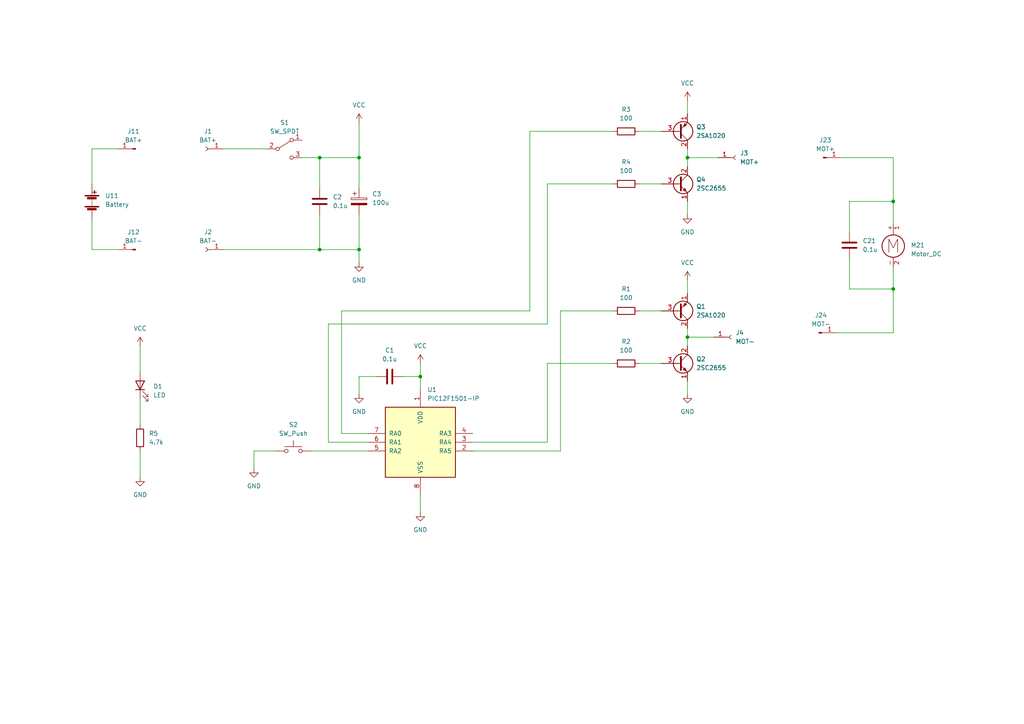
<source format=kicad_sch>
(kicad_sch (version 20211123) (generator eeschema)
  (paper "A4")
  (title_block (title "Drum type Washing machine") (date "2022-11-20") (company "JA1YTS, JK1MLY"))
  (lib_symbols
    (symbol "Connector:Conn_01x01_Female" (pin_names (offset 1.016) hide)
      (property "Reference" "J" (at 0 2.54 0))
      (property "Value" "Conn_01x01_Female" (at 0 -2.54 0))
      (symbol "Conn_01x01_Female_1_1"
        (polyline (pts (xy -1.27 0) (xy -0.508 0)) (stroke (width 0.1524)))
        (arc (start 0 0.508) (mid -0.508 0) (end 0 -0.508) (stroke (width 0.1524)))
        (pin passive line (at -5.08 0 0) (length 3.81) (name "Pin_1") (number "1"))
      )
    )
    (symbol "Connector:Conn_01x01_Male" (pin_names (offset 1.016) hide)
      (property "Reference" "J" (at 0 2.54 0))
      (property "Value" "Conn_01x01_Male" (at 0 -2.54 0))
      (symbol "Conn_01x01_Male_1_1"
        (polyline (pts (xy 1.27 0) (xy 0.8636 0)) (stroke (width 0.1524)))
        (rectangle (start 0.8636 0.127) (end 0 -0.127) (stroke (width 0.1524)) (fill (type outline)))
        (pin passive line (at 5.08 0 180) (length 3.81) (name "Pin_1") (number "1"))
      )
    )
    (symbol "Device:Battery" (pin_numbers hide) (pin_names (offset 0) hide)
      (property "Reference" "BT" (at 2.54 2.54 0))
      (property "Value" "Battery" (at 2.54 0 0))
      (symbol "Battery_0_1"
        (rectangle (start -2.032 -1.397) (end 2.032 -1.651) (fill (type outline)))
        (rectangle (start -2.032 1.778) (end 2.032 1.524) (fill (type outline)))
        (rectangle (start -1.3208 -1.9812) (end 1.27 -2.4892) (fill (type outline)))
        (rectangle (start -1.3208 1.1938) (end 1.27 0.6858) (fill (type outline)))
        (polyline (pts (xy 0 -1.524) (xy 0 -1.27)))
        (polyline (pts (xy 0 -1.016) (xy 0 -0.762)))
        (polyline (pts (xy 0 -0.508) (xy 0 -0.254)))
        (polyline (pts (xy 0 0) (xy 0 0.254)))
        (polyline (pts (xy 0 0.508) (xy 0 0.762)))
        (polyline (pts (xy 0 1.778) (xy 0 2.54)))
        (polyline (pts (xy 0.254 2.667) (xy 1.27 2.667)) (stroke (width 0.254)))
        (polyline (pts (xy 0.762 3.175) (xy 0.762 2.159)) (stroke (width 0.254)))
      )
      (symbol "Battery_1_1"
        (pin passive line (at 0 5.08 270) (length 2.54) (name "+") (number "1"))
        (pin passive line (at 0 -5.08 90) (length 2.54) (name "-") (number "2"))
      )
    )
    (symbol "Device:C" (pin_numbers hide) (pin_names (offset 0.254))
      (property "Reference" "C" (at 0.635 2.54 0))
      (property "Value" "C" (at 0.635 -2.54 0))
      (symbol "C_0_1"
        (polyline (pts (xy -2.032 -0.762) (xy 2.032 -0.762)) (stroke (width 0.508)))
        (polyline (pts (xy -2.032 0.762) (xy 2.032 0.762)) (stroke (width 0.508)))
      )
      (symbol "C_1_1"
        (pin passive line (at 0 3.81 270) (length 2.794) (name "~") (number "1"))
        (pin passive line (at 0 -3.81 90) (length 2.794) (name "~") (number "2"))
      )
    )
    (symbol "Device:C_Polarized" (pin_numbers hide) (pin_names (offset 0.254))
      (property "Reference" "C" (at 0.635 2.54 0))
      (property "Value" "C_Polarized" (at 0.635 -2.54 0))
      (symbol "C_Polarized_0_1"
        (rectangle (start -2.286 0.508) (end 2.286 1.016))
        (polyline (pts (xy -1.778 2.286) (xy -0.762 2.286)))
        (polyline (pts (xy -1.27 2.794) (xy -1.27 1.778)))
        (rectangle (start 2.286 -0.508) (end -2.286 -1.016) (fill (type outline)))
      )
      (symbol "C_Polarized_1_1"
        (pin passive line (at 0 3.81 270) (length 2.794) (name "~") (number "1"))
        (pin passive line (at 0 -3.81 90) (length 2.794) (name "~") (number "2"))
      )
    )
    (symbol "Device:LED" (pin_numbers hide) (pin_names (offset 1.016) hide)
      (property "Reference" "D" (at 0 2.54 0))
      (property "Value" "LED" (at 0 -2.54 0))
      (symbol "LED_0_1"
        (polyline (pts (xy -1.27 -1.27) (xy -1.27 1.27)) (stroke (width 0.254)))
        (polyline (pts (xy -1.27 0) (xy 1.27 0)))
        (polyline (pts (xy 1.27 -1.27) (xy 1.27 1.27) (xy -1.27 0) (xy 1.27 -1.27)) (stroke (width 0.254)))
        (polyline (pts (xy -3.048 -0.762) (xy -4.572 -2.286) (xy -3.81 -2.286) (xy -4.572 -2.286) (xy -4.572 -1.524)))
        (polyline (pts (xy -1.778 -0.762) (xy -3.302 -2.286) (xy -2.54 -2.286) (xy -3.302 -2.286) (xy -3.302 -1.524)))
      )
      (symbol "LED_1_1"
        (pin passive line (at -3.81 0 0) (length 2.54) (name "K") (number "1"))
        (pin passive line (at 3.81 0 180) (length 2.54) (name "A") (number "2"))
      )
    )
    (symbol "Device:R" (pin_numbers hide) (pin_names (offset 0))
      (property "Reference" "R" (at 2.032 0 90))
      (property "Value" "R" (at 0 0 90))
      (symbol "R_0_1"
        (rectangle (start -1.016 -2.54) (end 1.016 2.54) (stroke (width 0.254)))
      )
      (symbol "R_1_1"
        (pin passive line (at 0 3.81 270) (length 1.27) (name "~") (number "1"))
        (pin passive line (at 0 -3.81 90) (length 1.27) (name "~") (number "2"))
      )
    )
    (symbol "MCU_Microchip_PIC12:PIC12F1501-IP" (pin_names (offset 1.016))
      (property "Reference" "U" (at 1.27 13.97 0))
      (property "Value" "PIC12F1501-IP" (at 1.27 11.43 0))
      (symbol "PIC12F1501-IP_0_1"
        (rectangle (start 10.16 -10.16) (end -10.16 10.16) (stroke (width 0.254)) (fill (type background)))
      )
      (symbol "PIC12F1501-IP_1_1"
        (pin power_in line (at 0 15.24 270) (length 5.08) (name "VDD") (number "1"))
        (pin bidirectional line (at 15.24 -2.54 180) (length 5.08) (name "RA5") (number "2"))
        (pin bidirectional line (at 15.24 0 180) (length 5.08) (name "RA4") (number "3"))
        (pin input line (at 15.24 2.54 180) (length 5.08) (name "RA3") (number "4"))
        (pin bidirectional line (at -15.24 -2.54 0) (length 5.08) (name "RA2") (number "5"))
        (pin bidirectional line (at -15.24 0 0) (length 5.08) (name "RA1") (number "6"))
        (pin bidirectional line (at -15.24 2.54 0) (length 5.08) (name "RA0") (number "7"))
        (pin power_in line (at 0 -15.24 90) (length 5.08) (name "VSS") (number "8"))
      )
    )
    (symbol "Motor:Motor_DC" (pin_names (offset 0))
      (property "Reference" "M" (at 2.54 2.54 0))
      (property "Value" "Motor_DC" (at 2.54 -5.08 0))
      (symbol "Motor_DC_0_0"
        (polyline (pts (xy -1.27 -3.302) (xy -1.27 0.508) (xy 0 -2.032) (xy 1.27 0.508) (xy 1.27 -3.302)))
      )
      (symbol "Motor_DC_0_1"
        (circle (center 0 -1.524) (radius 3.2512) (stroke (width 0.254)))
        (polyline (pts (xy 0 -7.62) (xy 0 -7.112)))
        (polyline (pts (xy 0 -4.7752) (xy 0 -5.1816)))
        (polyline (pts (xy 0 1.7272) (xy 0 2.0828)))
        (polyline (pts (xy 0 2.032) (xy 0 2.54)))
      )
      (symbol "Motor_DC_1_1"
        (pin passive line (at 0 5.08 270) (length 2.54) (name "+") (number "1"))
        (pin passive line (at 0 -7.62 90) (length 2.54) (name "-") (number "2"))
      )
    )
    (symbol "Switch:SW_Push" (pin_numbers hide) (pin_names (offset 1.016) hide)
      (property "Reference" "SW" (at 1.27 2.54 0))
      (property "Value" "SW_Push" (at 0 -1.524 0))
      (symbol "SW_Push_0_1"
        (circle (center -2.032 0) (radius 0.508))
        (polyline (pts (xy 0 1.27) (xy 0 3.048)))
        (polyline (pts (xy 2.54 1.27) (xy -2.54 1.27)))
        (circle (center 2.032 0) (radius 0.508))
        (pin passive line (at -5.08 0 0) (length 2.54) (name "1") (number "1"))
        (pin passive line (at 5.08 0 180) (length 2.54) (name "2") (number "2"))
      )
    )
    (symbol "Switch:SW_SPDT" (pin_names (offset 0) hide)
      (property "Reference" "SW" (at 0 4.318 0))
      (property "Value" "SW_SPDT" (at 0 -5.08 0))
      (symbol "SW_SPDT_0_0"
        (circle (center -2.032 0) (radius 0.508))
        (circle (center 2.032 -2.54) (radius 0.508))
      )
      (symbol "SW_SPDT_0_1"
        (polyline (pts (xy -1.524 0.254) (xy 1.651 2.286)))
        (circle (center 2.032 2.54) (radius 0.508))
      )
      (symbol "SW_SPDT_1_1"
        (pin passive line (at 5.08 2.54 180) (length 2.54) (name "A") (number "1"))
        (pin passive line (at -5.08 0 0) (length 2.54) (name "B") (number "2"))
        (pin passive line (at 5.08 -2.54 180) (length 2.54) (name "C") (number "3"))
      )
    )
    (symbol "Transistor_BJT:2SA1020" (pin_names (offset 0) hide)
      (property "Reference" "Q" (at 5.08 1.905 0))
      (property "Value" "2SA1020" (at 5.08 0 0))
      (symbol "2SA1020_0_1"
        (polyline (pts (xy 0 0) (xy 0.635 0)))
        (polyline (pts (xy 2.54 -2.54) (xy 0.635 -0.635)))
        (polyline (pts (xy 2.54 2.54) (xy 0.635 0.635)))
        (polyline (pts (xy 0.635 1.905) (xy 0.635 -1.905) (xy 0.635 -1.905)) (stroke (width 0.508)) (fill (type outline)))
        (polyline (pts (xy 1.778 -2.286) (xy 2.286 -1.778) (xy 1.27 -1.27) (xy 1.778 -2.286) (xy 1.778 -2.286)) (fill (type outline)))
        (circle (center 1.27 0) (radius 2.8194) (stroke (width 0.254)))
      )
      (symbol "2SA1020_1_1"
        (pin passive line (at 2.54 -5.08 90) (length 2.54) (name "E") (number "1"))
        (pin passive line (at 2.54 5.08 270) (length 2.54) (name "C") (number "2"))
        (pin input line (at -5.08 0 0) (length 5.08) (name "B") (number "3"))
      )
    )
    (symbol "Transistor_BJT:2SC2655" (pin_names (offset 0) hide)
      (property "Reference" "Q" (at 5.08 1.905 0))
      (property "Value" "2SC2655" (at 5.08 0 0))
      (symbol "2SC2655_0_1"
        (polyline (pts (xy 0 0) (xy 0.508 0)))
        (polyline (pts (xy 0.635 0.635) (xy 2.54 2.54)))
        (polyline (pts (xy 0.635 -0.635) (xy 2.54 -2.54) (xy 2.54 -2.54)))
        (polyline (pts (xy 0.635 1.905) (xy 0.635 -1.905) (xy 0.635 -1.905)) (stroke (width 0.508)))
        (polyline (pts (xy 1.27 -1.778) (xy 1.778 -1.27) (xy 2.286 -2.286) (xy 1.27 -1.778) (xy 1.27 -1.778)) (fill (type outline)))
        (circle (center 1.27 0) (radius 2.8194) (stroke (width 0.254)))
      )
      (symbol "2SC2655_1_1"
        (pin passive line (at 2.54 -5.08 90) (length 2.54) (name "E") (number "1"))
        (pin passive line (at 2.54 5.08 270) (length 2.54) (name "C") (number "2"))
        (pin input line (at -5.08 0 0) (length 5.08) (name "B") (number "3"))
      )
    )
    (symbol "power:GND" (power) (pin_names (offset 0))
      (property "Value" "GND" (at 0 -3.81 0))
      (symbol "GND_0_1"
        (polyline (pts (xy 0 0) (xy 0 -1.27) (xy 1.27 -1.27) (xy 0 -2.54) (xy -1.27 -1.27) (xy 0 -1.27)))
      )
      (symbol "GND_1_1"
        (pin power_in line (at 0 0 270) (length 0) hide (name "GND") (number "1"))
      )
    )
    (symbol "power:VCC" (power) (pin_names (offset 0))
      (property "Value" "VCC" (at 0 3.81 0))
      (symbol "VCC_0_1"
        (polyline (pts (xy -0.762 1.27) (xy 0 2.54)))
        (polyline (pts (xy 0 0) (xy 0 2.54)))
        (polyline (pts (xy 0 2.54) (xy 0.762 1.27)))
      )
      (symbol "VCC_1_1"
        (pin power_in line (at 0 0 90) (length 0) hide (name "VCC") (number "1"))
      )
    )
  )
  (junction (at 92.71 45.72))
  (junction (at 104.14 72.39))
  (junction (at 92.71 72.39))
  (junction (at 121.92 109.22))
  (junction (at 104.14 45.72))
  (junction (at 259.08 83.82))
  (junction (at 199.39 45.72))
  (junction (at 259.08 58.42))
  (junction (at 199.39 97.79))
  (wire (pts (xy 26.67 63.5) (xy 26.67 72.39)))
  (wire (pts (xy 199.39 81.28) (xy 199.39 85.09)))
  (wire (pts (xy 99.06 90.17) (xy 153.67 90.17)))
  (wire (pts (xy 92.71 62.23) (xy 92.71 72.39)))
  (wire (pts (xy 199.39 95.25) (xy 199.39 97.79)))
  (wire (pts (xy 162.56 90.17) (xy 177.8 90.17)))
  (wire (pts (xy 162.56 130.81) (xy 162.56 90.17)))
  (wire (pts (xy 158.75 93.98) (xy 158.75 53.34)))
  (wire (pts (xy 104.14 109.22) (xy 104.14 114.3)))
  (wire (pts (xy 246.38 74.93) (xy 246.38 83.82)))
  (wire (pts (xy 259.08 96.52) (xy 242.57 96.52)))
  (wire (pts (xy 158.75 105.41) (xy 177.8 105.41)))
  (wire (pts (xy 199.39 45.72) (xy 199.39 48.26)))
  (wire (pts (xy 158.75 53.34) (xy 177.8 53.34)))
  (wire (pts (xy 26.67 43.18) (xy 26.67 53.34)))
  (wire (pts (xy 185.42 53.34) (xy 191.77 53.34)))
  (wire (pts (xy 246.38 83.82) (xy 259.08 83.82)))
  (wire (pts (xy 199.39 58.42) (xy 199.39 62.23)))
  (wire (pts (xy 87.63 45.72) (xy 92.71 45.72)))
  (wire (pts (xy 158.75 128.27) (xy 158.75 105.41)))
  (wire (pts (xy 106.68 125.73) (xy 99.06 125.73)))
  (wire (pts (xy 121.92 109.22) (xy 121.92 113.03)))
  (wire (pts (xy 104.14 35.56) (xy 104.14 45.72)))
  (wire (pts (xy 199.39 97.79) (xy 199.39 100.33)))
  (wire (pts (xy 26.67 72.39) (xy 34.29 72.39)))
  (wire (pts (xy 80.01 130.81) (xy 73.66 130.81)))
  (wire (pts (xy 199.39 45.72) (xy 208.28 45.72)))
  (wire (pts (xy 40.64 115.57) (xy 40.64 123.19)))
  (wire (pts (xy 137.16 130.81) (xy 162.56 130.81)))
  (wire (pts (xy 64.77 72.39) (xy 92.71 72.39)))
  (wire (pts (xy 92.71 72.39) (xy 104.14 72.39)))
  (wire (pts (xy 137.16 128.27) (xy 158.75 128.27)))
  (wire (pts (xy 185.42 90.17) (xy 191.77 90.17)))
  (wire (pts (xy 185.42 105.41) (xy 191.77 105.41)))
  (wire (pts (xy 34.29 43.18) (xy 26.67 43.18)))
  (wire (pts (xy 199.39 97.79) (xy 207.01 97.79)))
  (wire (pts (xy 104.14 72.39) (xy 104.14 76.2)))
  (wire (pts (xy 95.25 93.98) (xy 158.75 93.98)))
  (wire (pts (xy 243.84 45.72) (xy 259.08 45.72)))
  (wire (pts (xy 199.39 43.18) (xy 199.39 45.72)))
  (wire (pts (xy 92.71 45.72) (xy 104.14 45.72)))
  (wire (pts (xy 104.14 72.39) (xy 104.14 62.23)))
  (wire (pts (xy 121.92 143.51) (xy 121.92 148.59)))
  (wire (pts (xy 99.06 125.73) (xy 99.06 90.17)))
  (wire (pts (xy 153.67 90.17) (xy 153.67 38.1)))
  (wire (pts (xy 121.92 105.41) (xy 121.92 109.22)))
  (wire (pts (xy 246.38 67.31) (xy 246.38 58.42)))
  (wire (pts (xy 64.77 43.18) (xy 77.47 43.18)))
  (wire (pts (xy 259.08 45.72) (xy 259.08 58.42)))
  (wire (pts (xy 40.64 100.33) (xy 40.64 107.95)))
  (wire (pts (xy 185.42 38.1) (xy 191.77 38.1)))
  (wire (pts (xy 199.39 110.49) (xy 199.39 114.3)))
  (wire (pts (xy 92.71 45.72) (xy 92.71 54.61)))
  (wire (pts (xy 246.38 58.42) (xy 259.08 58.42)))
  (wire (pts (xy 90.17 130.81) (xy 106.68 130.81)))
  (wire (pts (xy 73.66 130.81) (xy 73.66 135.89)))
  (wire (pts (xy 153.67 38.1) (xy 177.8 38.1)))
  (wire (pts (xy 116.84 109.22) (xy 121.92 109.22)))
  (wire (pts (xy 104.14 45.72) (xy 104.14 54.61)))
  (wire (pts (xy 259.08 77.47) (xy 259.08 83.82)))
  (wire (pts (xy 259.08 83.82) (xy 259.08 96.52)))
  (wire (pts (xy 259.08 58.42) (xy 259.08 64.77)))
  (wire (pts (xy 109.22 109.22) (xy 104.14 109.22)))
  (wire (pts (xy 40.64 130.81) (xy 40.64 138.43)))
  (wire (pts (xy 199.39 29.21) (xy 199.39 33.02)))
  (wire (pts (xy 106.68 128.27) (xy 95.25 128.27)))
  (wire (pts (xy 95.25 128.27) (xy 95.25 93.98)))
  (symbol (lib_id "Connector:Conn_01x01_Female") (at 212.09 97.79 0) (unit 1)
    (property "Reference" "J4" (at 213.36 96.5199 0) (effects (justify left)))
    (property "Value" "MOT-" (at 213.36 99.0599 0) (effects (justify left)))
    (property "Footprint" "Connector_PinSocket_2.54mm:PinSocket_1x01_P2.54mm_Vertical" (effects hide))
    (property "Datasheet" "https://akizukidenshi.com/catalog/g/gP-01306/" (effects hide))
  )
  (symbol (lib_id "power:GND") (at 104.14 114.3 0) (unit 1)
    (property "Reference" "#PWR0105" (effects hide))
    (property "Value" "GND" (at 104.14 119.38 0))
  )
  (symbol (lib_id "MCU_Microchip_PIC12:PIC12F1501-IP") (at 121.92 128.27 0) (unit 1)
    (property "Reference" "U1" (at 123.9394 113.03 0) (effects (justify left)))
    (property "Value" "PIC12F1501-IP" (at 123.9394 115.57 0) (effects (justify left)))
    (property "Footprint" "Package_DIP:DIP-8_W7.62mm" (effects hide))
    (property "Footprint" "Package_DIP:DIP-8_W7.62mm" (effects hide))
    (property "Reference" "U1" (effects hide))
    (property "Value" "PIC12F1501-IP" (effects hide))
  )
  (symbol (lib_id "power:GND") (at 104.14 76.2 0) (unit 1)
    (property "Reference" "#PWR0111" (effects hide))
    (property "Value" "GND" (at 104.14 81.28 0))
  )
  (symbol (lib_id "Device:R") (at 40.64 127 0) (unit 1)
    (property "Reference" "R5" (at 43.18 125.7299 0) (effects (justify left)))
    (property "Value" "4.7k" (at 43.18 128.2699 0) (effects (justify left)))
    (property "Reference" "R5" (effects hide))
    (property "Value" "4.7k" (effects hide))
  )
  (symbol (lib_id "power:VCC") (at 199.39 29.21 0) (unit 1)
    (property "Reference" "#PWR0101" (effects hide))
    (property "Value" "VCC" (at 199.39 24.13 0))
  )
  (symbol (lib_id "power:GND") (at 199.39 62.23 0) (unit 1)
    (property "Reference" "#PWR0102" (effects hide))
    (property "Value" "GND" (at 199.39 67.31 0))
  )
  (symbol (lib_id "Device:C_Polarized") (at 104.14 58.42 0) (unit 1)
    (property "Reference" "C3" (at 107.95 56.2609 0) (effects (justify left)))
    (property "Value" "100u" (at 107.95 58.8009 0) (effects (justify left)))
    (property "Reference" "C3" (effects hide))
    (property "Value" "100u" (effects hide))
  )
  (symbol (lib_id "power:VCC") (at 40.64 100.33 0) (unit 1)
    (property "Reference" "#PWR0106" (effects hide))
    (property "Value" "VCC" (at 40.64 95.25 0))
  )
  (symbol (lib_id "Device:Battery") (at 26.67 58.42 0) (unit 1)
    (property "Reference" "U11" (at 30.48 56.7689 0) (effects (justify left)))
    (property "Value" "Battery" (at 30.48 59.3089 0) (effects (justify left)))
    (property "Reference" "U11" (effects hide))
    (property "Value" "Battery" (effects hide))
  )
  (symbol (lib_id "Connector:Conn_01x01_Male") (at 237.49 96.52 0) (unit 1)
    (property "Reference" "J24" (at 238.125 91.44 0))
    (property "Value" "MOT-" (at 238.125 93.98 0))
    (property "Footprint" "Connector_PinSocket_2.54mm:PinSocket_1x01_P2.54mm_Vertical" (effects hide))
    (property "Datasheet" "https://akizukidenshi.com/catalog/g/gP-01306/" (effects hide))
  )
  (symbol (lib_id "Transistor_BJT:2SA1020") (at 196.85 38.1 0) (mirror x) (unit 1)
    (property "Reference" "Q3" (at 201.93 36.8299 0) (effects (justify left)))
    (property "Value" "2SA1020" (at 201.93 39.3699 0) (effects (justify left)))
    (property "Footprint" "Package_TO_SOT_THT:TO-92_Inline" (effects hide))
    (property "Datasheet" "https://akizukidenshi.com/catalog/g/gI-08745/" (effects hide))
    (property "Footprint" "Package_TO_SOT_THT:TO-92_Inline" (effects hide))
    (property "Reference" "Q3" (effects hide))
    (property "Value" "2SA1020" (effects hide))
  )
  (symbol (lib_id "Connector:Conn_01x01_Male") (at 238.76 45.72 0) (unit 1)
    (property "Reference" "J23" (at 239.395 40.64 0))
    (property "Value" "MOT+" (at 239.395 43.18 0))
    (property "Datasheet" "https://akizukidenshi.com/catalog/g/gP-01306/" (effects hide))
    (property "Reference" "J23" (effects hide))
    (property "Value" "MOT+" (effects hide))
    (property "Footprint" "Connector_PinSocket_2.54mm:PinSocket_1x01_P2.54mm_Vertical" (effects hide))
  )
  (symbol (lib_id "Connector:Conn_01x01_Female") (at 59.69 72.39 0) (mirror y) (unit 1)
    (property "Reference" "J2" (at 60.325 67.31 0))
    (property "Value" "BAT-" (at 60.325 69.85 0))
    (property "Footprint" "Connector_PinSocket_2.54mm:PinSocket_1x01_P2.54mm_Vertical" (effects hide))
    (property "Datasheet" "https://akizukidenshi.com/catalog/g/gP-01306/" (effects hide))
  )
  (symbol (lib_id "Connector:Conn_01x01_Female") (at 59.69 43.18 0) (mirror y) (unit 1)
    (property "Reference" "J1" (at 60.325 38.1 0))
    (property "Value" "BAT+" (at 60.325 40.64 0))
    (property "Footprint" "Connector_PinSocket_2.54mm:PinSocket_1x01_P2.54mm_Vertical" (effects hide))
    (property "Datasheet" "https://akizukidenshi.com/catalog/g/gP-01306/" (effects hide))
  )
  (symbol (lib_id "Device:C") (at 246.38 71.12 0) (unit 1)
    (property "Reference" "C21" (at 250.19 69.8499 0) (effects (justify left)))
    (property "Value" "0.1u" (at 250.19 72.3899 0) (effects (justify left)))
    (property "Datasheet" "https://akizukidenshi.com/catalog/g/gP-13582/" (effects hide))
    (property "Reference" "C21" (effects hide))
    (property "Value" "0.1u" (effects hide))
    (property "Footprint" "Capacitor_THT:C_Disc_D3.0mm_W2.0mm_P2.50mm" (effects hide))
  )
  (symbol (lib_id "power:VCC") (at 104.14 35.56 0) (unit 1)
    (property "Reference" "#PWR0110" (effects hide))
    (property "Value" "VCC" (at 104.14 30.48 0))
  )
  (symbol (lib_id "Connector:Conn_01x01_Male") (at 39.37 43.18 0) (mirror y) (unit 1)
    (property "Reference" "J11" (at 38.735 38.1 0))
    (property "Value" "BAT+" (at 38.735 40.64 0))
    (property "Footprint" "Connector_PinSocket_2.54mm:PinSocket_1x01_P2.54mm_Vertical" (effects hide))
    (property "Datasheet" "https://akizukidenshi.com/catalog/g/gP-01306/" (effects hide))
  )
  (symbol (lib_id "Device:R") (at 181.61 53.34 270) (unit 1)
    (property "Reference" "R4" (at 181.61 46.99 90))
    (property "Value" "100" (at 181.61 49.53 90))
    (property "Footprint" "Resistor_THT:R_Axial_DIN0204_L3.6mm_D1.6mm_P7.62mm_Horizontal" (effects hide))
    (property "Datasheet" "https://akizukidenshi.com/catalog/g/gR-25101/" (effects hide))
  )
  (symbol (lib_id "Device:R") (at 181.61 38.1 270) (unit 1)
    (property "Reference" "R3" (at 181.61 31.75 90))
    (property "Value" "100" (at 181.61 34.29 90))
    (property "Datasheet" "https://akizukidenshi.com/catalog/g/gR-25101/" (effects hide))
    (property "Reference" "R3" (effects hide))
    (property "Value" "100" (effects hide))
    (property "Footprint" "Resistor_THT:R_Axial_DIN0204_L3.6mm_D1.6mm_P7.62mm_Horizontal" (effects hide))
  )
  (symbol (lib_id "power:VCC") (at 199.39 81.28 0) (unit 1)
    (property "Reference" "#PWR0103" (effects hide))
    (property "Value" "VCC" (at 199.39 76.2 0))
  )
  (symbol (lib_id "Device:C") (at 92.71 58.42 0) (unit 1)
    (property "Reference" "C2" (at 96.52 57.1499 0) (effects (justify left)))
    (property "Value" "0.1u" (at 96.52 59.6899 0) (effects (justify left)))
    (property "Footprint" "Capacitor_THT:C_Disc_D3.0mm_W2.0mm_P2.50mm" (effects hide))
    (property "Datasheet" "https://akizukidenshi.com/catalog/g/gP-13582/" (effects hide))
  )
  (symbol (lib_id "power:GND") (at 121.92 148.59 0) (unit 1)
    (property "Reference" "#PWR0104" (effects hide))
    (property "Value" "GND" (at 121.92 153.67 0))
  )
  (symbol (lib_id "Device:R") (at 181.61 105.41 270) (unit 1)
    (property "Reference" "R2" (at 181.61 99.06 90))
    (property "Value" "100" (at 181.61 101.6 90))
    (property "Footprint" "Resistor_THT:R_Axial_DIN0204_L3.6mm_D1.6mm_P7.62mm_Horizontal" (effects hide))
    (property "Datasheet" "https://akizukidenshi.com/catalog/g/gR-25101/" (effects hide))
  )
  (symbol (lib_id "Device:LED") (at 40.64 111.76 90) (unit 1)
    (property "Reference" "D1" (at 44.45 112.0774 90) (effects (justify right)))
    (property "Value" "LED" (at 44.45 114.6174 90) (effects (justify right)))
    (property "Reference" "D1" (effects hide))
    (property "Value" "LED" (effects hide))
  )
  (symbol (lib_id "Device:C") (at 113.03 109.22 90) (unit 1)
    (property "Reference" "C1" (at 113.03 101.6 90))
    (property "Value" "0.1u" (at 113.03 104.14 90))
    (property "Datasheet" "https://akizukidenshi.com/catalog/g/gP-13582/" (effects hide))
    (property "Reference" "C1" (effects hide))
    (property "Value" "0.1u" (effects hide))
    (property "Footprint" "Capacitor_THT:C_Disc_D3.0mm_W2.0mm_P2.50mm" (effects hide))
  )
  (symbol (lib_id "Connector:Conn_01x01_Female") (at 213.36 45.72 0) (unit 1)
    (property "Reference" "J3" (at 214.63 44.4499 0) (effects (justify left)))
    (property "Value" "MOT+" (at 214.63 46.9899 0) (effects (justify left)))
    (property "Datasheet" "https://akizukidenshi.com/catalog/g/gP-01306/" (effects hide))
    (property "Reference" "J3" (effects hide))
    (property "Value" "MOT+" (effects hide))
    (property "Footprint" "Connector_PinSocket_2.54mm:PinSocket_1x01_P2.54mm_Vertical" (effects hide))
  )
  (symbol (lib_id "Switch:SW_Push") (at 85.09 130.81 0) (unit 1)
    (property "Reference" "S2" (at 85.09 123.19 0))
    (property "Value" "SW_Push" (at 85.09 125.73 0))
    (property "Reference" "S2" (effects hide))
    (property "Value" "SW_Push" (effects hide))
  )
  (symbol (lib_id "power:VCC") (at 121.92 105.41 0) (unit 1)
    (property "Reference" "#PWR0109" (effects hide))
    (property "Value" "VCC" (at 121.92 100.33 0))
  )
  (symbol (lib_id "Connector:Conn_01x01_Male") (at 39.37 72.39 0) (mirror y) (unit 1)
    (property "Reference" "J12" (at 38.735 67.31 0))
    (property "Value" "BAT-" (at 38.735 69.85 0))
    (property "Footprint" "Connector_PinSocket_2.54mm:PinSocket_1x01_P2.54mm_Vertical" (effects hide))
    (property "Datasheet" "https://akizukidenshi.com/catalog/g/gP-01306/" (effects hide))
  )
  (symbol (lib_id "Transistor_BJT:2SC2655") (at 196.85 105.41 0) (unit 1)
    (property "Reference" "Q2" (at 201.93 104.1399 0) (effects (justify left)))
    (property "Value" "2SC2655" (at 201.93 106.6799 0) (effects (justify left)))
    (property "Footprint" "Package_TO_SOT_THT:TO-92_Inline" (effects hide))
    (property "Datasheet" "https://akizukidenshi.com/catalog/g/gI-08746/" (effects hide))
  )
  (symbol (lib_id "power:GND") (at 40.64 138.43 0) (unit 1)
    (property "Reference" "#PWR0107" (effects hide))
    (property "Value" "GND" (at 40.64 143.51 0))
  )
  (symbol (lib_id "Motor:Motor_DC") (at 259.08 69.85 0) (unit 1)
    (property "Reference" "M21" (at 264.16 71.1199 0) (effects (justify left)))
    (property "Value" "Motor_DC" (at 264.16 73.6599 0) (effects (justify left)))
    (property "Reference" "M21" (effects hide))
    (property "Value" "Motor_DC" (effects hide))
  )
  (symbol (lib_id "power:GND") (at 199.39 114.3 0) (unit 1)
    (property "Reference" "#PWR0112" (effects hide))
    (property "Value" "GND" (at 199.39 119.38 0))
  )
  (symbol (lib_id "Switch:SW_SPDT") (at 82.55 43.18 0) (unit 1)
    (property "Reference" "S1" (at 82.55 35.56 0))
    (property "Value" "SW_SPDT" (at 82.55 38.1 0))
    (property "Reference" "S1" (effects hide))
    (property "Value" "SW_SPDT" (effects hide))
  )
  (symbol (lib_id "Transistor_BJT:2SA1020") (at 196.85 90.17 0) (mirror x) (unit 1)
    (property "Reference" "Q1" (at 201.93 88.8999 0) (effects (justify left)))
    (property "Value" "2SA1020" (at 201.93 91.4399 0) (effects (justify left)))
    (property "Footprint" "Package_TO_SOT_THT:TO-92_Inline" (effects hide))
    (property "Datasheet" "https://akizukidenshi.com/catalog/g/gI-08745/" (effects hide))
  )
  (symbol (lib_id "Device:R") (at 181.61 90.17 270) (unit 1)
    (property "Reference" "R1" (at 181.61 83.82 90))
    (property "Value" "100" (at 181.61 86.36 90))
    (property "Footprint" "Resistor_THT:R_Axial_DIN0204_L3.6mm_D1.6mm_P7.62mm_Horizontal" (effects hide))
    (property "Datasheet" "https://akizukidenshi.com/catalog/g/gR-25101/" (effects hide))
  )
  (symbol (lib_id "Transistor_BJT:2SC2655") (at 196.85 53.34 0) (unit 1)
    (property "Reference" "Q4" (at 201.93 52.0699 0) (effects (justify left)))
    (property "Value" "2SC2655" (at 201.93 54.6099 0) (effects (justify left)))
    (property "Footprint" "Package_TO_SOT_THT:TO-92_Inline" (effects hide))
    (property "Datasheet" "https://akizukidenshi.com/catalog/g/gI-08746/" (effects hide))
    (property "Footprint" "Package_TO_SOT_THT:TO-92_Inline" (effects hide))
    (property "Reference" "Q4" (effects hide))
    (property "Value" "2SC2655" (effects hide))
  )
  (symbol (lib_id "power:GND") (at 73.66 135.89 0) (unit 1)
    (property "Reference" "#PWR0108" (effects hide))
    (property "Value" "GND" (at 73.66 140.97 0))
  )
)
</source>
